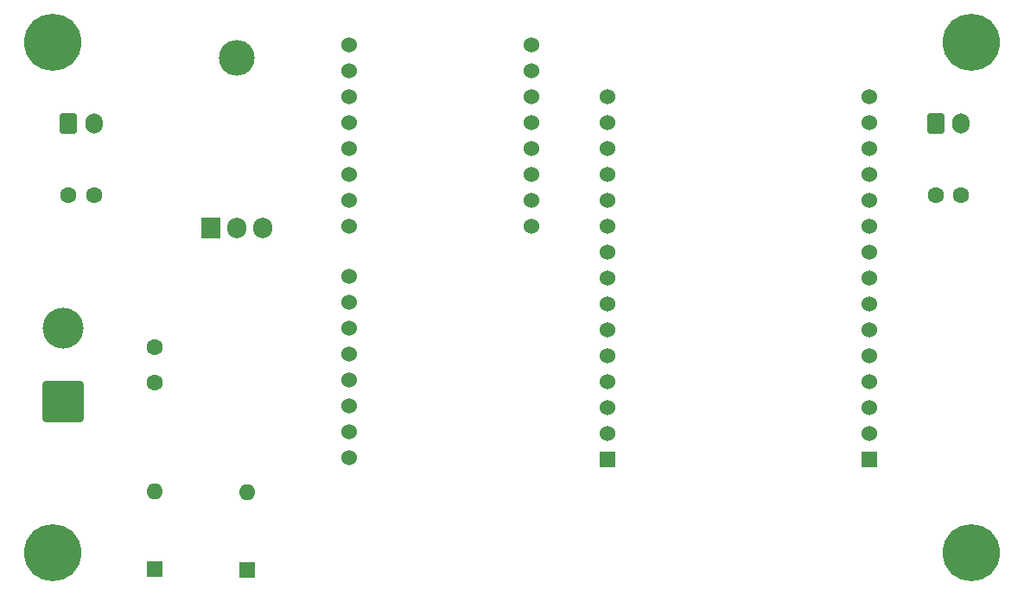
<source format=gbr>
%TF.GenerationSoftware,KiCad,Pcbnew,7.0.8*%
%TF.CreationDate,2024-02-17T12:00:41+01:00*%
%TF.ProjectId,Pendulo_Invertido,50656e64-756c-46f5-9f49-6e7665727469,rev?*%
%TF.SameCoordinates,Original*%
%TF.FileFunction,Soldermask,Top*%
%TF.FilePolarity,Negative*%
%FSLAX46Y46*%
G04 Gerber Fmt 4.6, Leading zero omitted, Abs format (unit mm)*
G04 Created by KiCad (PCBNEW 7.0.8) date 2024-02-17 12:00:41*
%MOMM*%
%LPD*%
G01*
G04 APERTURE LIST*
G04 Aperture macros list*
%AMRoundRect*
0 Rectangle with rounded corners*
0 $1 Rounding radius*
0 $2 $3 $4 $5 $6 $7 $8 $9 X,Y pos of 4 corners*
0 Add a 4 corners polygon primitive as box body*
4,1,4,$2,$3,$4,$5,$6,$7,$8,$9,$2,$3,0*
0 Add four circle primitives for the rounded corners*
1,1,$1+$1,$2,$3*
1,1,$1+$1,$4,$5*
1,1,$1+$1,$6,$7*
1,1,$1+$1,$8,$9*
0 Add four rect primitives between the rounded corners*
20,1,$1+$1,$2,$3,$4,$5,0*
20,1,$1+$1,$4,$5,$6,$7,0*
20,1,$1+$1,$6,$7,$8,$9,0*
20,1,$1+$1,$8,$9,$2,$3,0*%
G04 Aperture macros list end*
%ADD10RoundRect,0.250000X-0.600000X-0.750000X0.600000X-0.750000X0.600000X0.750000X-0.600000X0.750000X0*%
%ADD11O,1.700000X2.000000*%
%ADD12R,1.524000X1.524000*%
%ADD13C,1.524000*%
%ADD14C,1.600000*%
%ADD15RoundRect,0.250000X1.750000X-1.750000X1.750000X1.750000X-1.750000X1.750000X-1.750000X-1.750000X0*%
%ADD16C,4.000000*%
%ADD17C,5.600000*%
%ADD18O,3.500000X3.500000*%
%ADD19R,1.905000X2.000000*%
%ADD20O,1.905000X2.000000*%
%ADD21R,1.600000X1.600000*%
%ADD22O,1.600000X1.600000*%
G04 APERTURE END LIST*
D10*
%TO.C,M2*%
X91500000Y-13000000D03*
D11*
X94000000Y-13000000D03*
%TD*%
D10*
%TO.C,M1*%
X6500000Y-13000000D03*
D11*
X9000000Y-13000000D03*
%TD*%
D12*
%TO.C,ESP32-DEVKIT-V1*%
X59370000Y-45940000D03*
D13*
X59370000Y-43400000D03*
X59370000Y-40860000D03*
X59370000Y-38320000D03*
X59370000Y-35780000D03*
X59370000Y-33240000D03*
X59370000Y-30700000D03*
X59370000Y-28160000D03*
X59370000Y-25620000D03*
X59370000Y-23080000D03*
X59370000Y-20540000D03*
X59370000Y-18000000D03*
X59370000Y-15460000D03*
X59370000Y-12920000D03*
X59370000Y-10380000D03*
D12*
X85000000Y-45940000D03*
D13*
X85000000Y-43400000D03*
X85000000Y-40860000D03*
X85000000Y-38320000D03*
X85000000Y-35780000D03*
X85000000Y-33240000D03*
X85000000Y-30700000D03*
X85000000Y-28160000D03*
X85000000Y-25620000D03*
X85000000Y-23080000D03*
X85000000Y-20540000D03*
X85000000Y-18000000D03*
X85000000Y-15460000D03*
X85000000Y-12920000D03*
X85000000Y-10380000D03*
%TD*%
D14*
%TO.C,C1*%
X9000000Y-20000000D03*
X6500000Y-20000000D03*
%TD*%
D15*
%TO.C,BT1*%
X6000000Y-40200000D03*
D16*
X6000000Y-33000000D03*
%TD*%
D14*
%TO.C,C2*%
X91500000Y-20000000D03*
X94000000Y-20000000D03*
%TD*%
D17*
%TO.C,H2*%
X95000000Y-5000000D03*
%TD*%
%TO.C,H3*%
X95000000Y-55000000D03*
%TD*%
D13*
%TO.C,MPU_6050*%
X34000000Y-27932500D03*
X34000000Y-30472500D03*
X34000000Y-33012500D03*
X34000000Y-35552500D03*
X34000000Y-38092500D03*
X34000000Y-40632500D03*
X34000000Y-43172500D03*
X34000000Y-45712500D03*
%TD*%
D17*
%TO.C,H1*%
X5000000Y-5000000D03*
%TD*%
D14*
%TO.C,C3*%
X15000000Y-38350000D03*
X15000000Y-34850000D03*
%TD*%
D13*
%TO.C,TB6612FNG1*%
X34000000Y-5220000D03*
X34000000Y-7760000D03*
X34000000Y-10300000D03*
X34000000Y-12840000D03*
X34000000Y-15380000D03*
X34000000Y-17920000D03*
X34000000Y-20460000D03*
X34000000Y-23000000D03*
X51860000Y-5220000D03*
X51860000Y-7760000D03*
X51860000Y-10300000D03*
X51860000Y-12840000D03*
X51860000Y-15380000D03*
X51860000Y-17920000D03*
X51860000Y-20460000D03*
X51860000Y-23000000D03*
%TD*%
D18*
%TO.C,U1*%
X23000000Y-6570000D03*
D19*
X20460000Y-23230000D03*
D20*
X23000000Y-23230000D03*
X25540000Y-23230000D03*
%TD*%
D21*
%TO.C,SW1*%
X24000000Y-56767500D03*
D22*
X24000000Y-49147500D03*
%TD*%
D17*
%TO.C,H4*%
X5000000Y-55000000D03*
%TD*%
D21*
%TO.C,SW2*%
X15000000Y-56620000D03*
D22*
X15000000Y-49000000D03*
%TD*%
M02*

</source>
